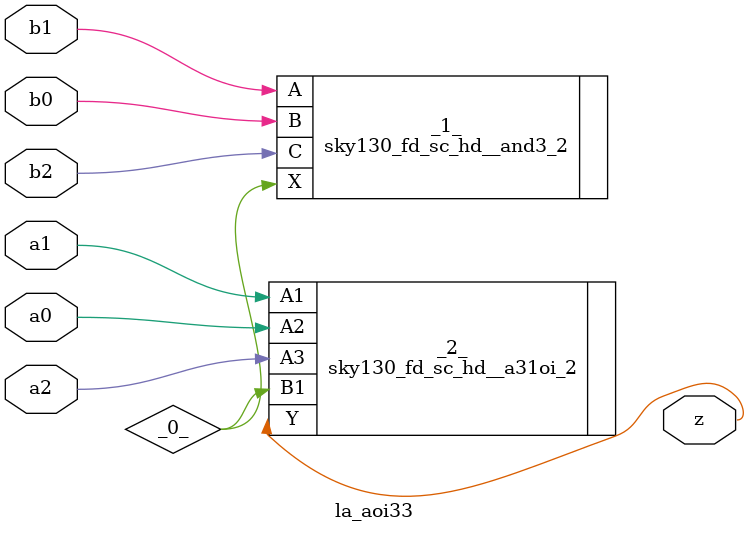
<source format=v>

module la_aoi33(a0, a1, a2, b0, b1, b2, z);
  wire _0_;
  input a0;
  input a1;
  input a2;
  input b0;
  input b1;
  input b2;
  output z;
  sky130_fd_sc_hd__and3_2 _1_ (
    .A(b1),
    .B(b0),
    .C(b2),
    .X(_0_)
  );
  sky130_fd_sc_hd__a31oi_2 _2_ (
    .A1(a1),
    .A2(a0),
    .A3(a2),
    .B1(_0_),
    .Y(z)
  );
endmodule

</source>
